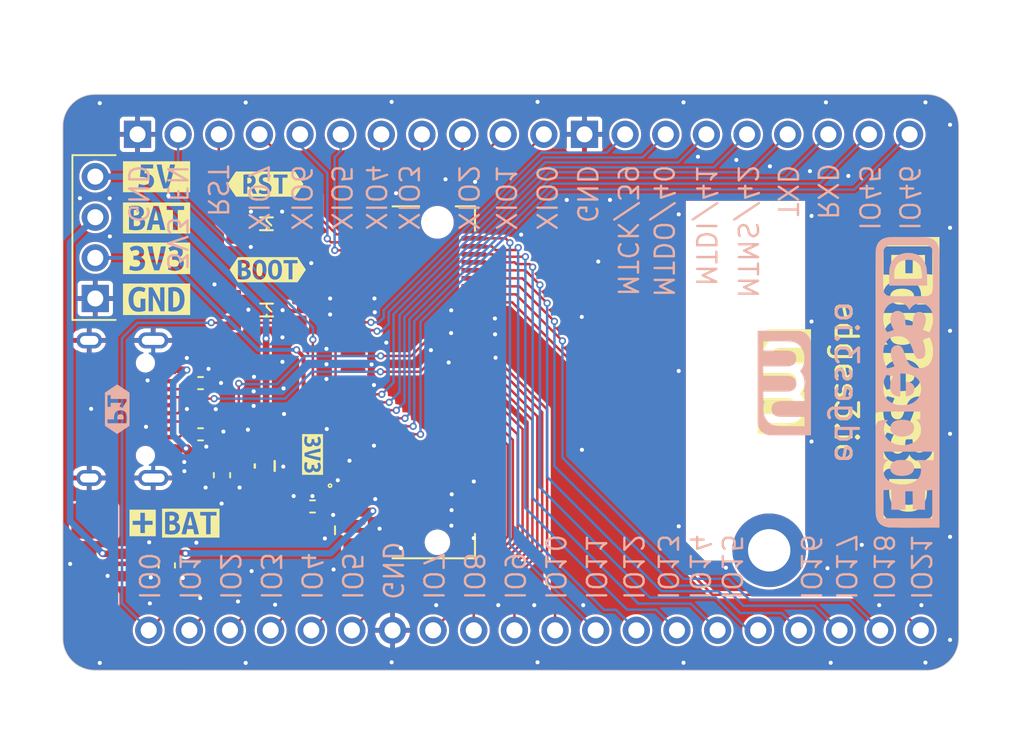
<source format=kicad_pcb>
(kicad_pcb (version 20241229) (generator "pcbnew") (generator_version "9.0")
  (layers (0 "F.Cu" signal) (2 "B.Cu" signal) (13 "F.Paste" user) (15 "B.Paste" user) (5 "F.SilkS" user "F.Silkscreen") (7 "B.SilkS" user "B.Silkscreen") (1 "F.Mask" user) (3 "B.Mask" user) (25 "Edge.Cuts" user))
  (net 0 "")
  (net 1 "GND")
  (net 2 "/USB_P")
  (net 3 "/IO0")
  (net 4 "/RESET")
  (net 5 "/IO9")
  (net 6 "/IO5")
  (net 7 "/IO14")
  (net 8 "/IO13")
  (net 9 "/IO12")
  (net 10 "/IO4")
  (net 11 "/IO2")
  (net 12 "/D+")
  (net 13 "/D-")
  (net 14 "/IO3")
  (net 15 "/IO1")
  (net 16 "/IO8")
  (net 18 "/IO7")
  (net 19 "/IO10")
  (net 20 "/IO11")
  (net 21 "/CC1_USB0")
  (net 22 "/CC2_USB0")
  (net 23 "Net-(PWR1-A)")
  (net 32 "VBAT")
  (net 33 "/U0RXD")
  (net 34 "/3V3_EN")
  (net 35 "/MTDI")
  (net 36 "/IO18")
  (net 37 "/MTMS")
  (net 38 "/IO16")
  (net 39 "/IO45")
  (net 40 "/IO17")
  (net 41 "/XIO5")
  (net 42 "/XIO7")
  (net 43 "/XIO2")
  (net 44 "/XIO0")
  (net 45 "/XIO4")
  (net 46 "/IO21")
  (net 47 "/MTDO")
  (net 48 "/XIO6")
  (net 49 "/XIO3")
  (net 50 "/IO46")
  (net 51 "/MTCK")
  (net 52 "/IO15")
  (net 53 "/U0TXD")
  (net 54 "/XIO1")
  (net 55 "5V")
  (net 56 "3V3")
  (footprint "Unexpected Maker:SOD-523-MSK4010" (layer "F.Cu") (at 129 112.23)
    (property "Reference" "D1" (hide yes))
    (property "Value" "DIODE-SCHOTTKYWIDE" (hide yes))
  )
  (footprint "kibuzzard-6857AD16" (layer "F.Cu") (at 125 115.8)
    (property "Reference" "kibuzzard-6857AD16" (hide yes))
    (property "Value" "G***" (hide yes))
  )
  (footprint "LOGO" (layer "F.Cu") (at 169.8 107 -90)
    (property "Reference" "G***" (hide yes))
    (property "Value" "LOGO" (hide yes))
  )
  (footprint "TinyS3_P3:BTN_KMR2_4.6X2.8" (layer "F.Cu") (at 129.739999 102.48)
    (property "Reference" "SW1" (hide yes))
    (property "Value" "KMR2" (hide yes))
  )
  (footprint "kibuzzard-6857AC6A" (layer "F.Cu") (at 122.86 96.73)
    (property "Reference" "kibuzzard-6857AC6A" (hide yes))
    (property "Value" "G***" (hide yes))
  )
  (footprint "Resistor_SMD:R_0402_1005Metric" (layer "F.Cu") (at 132.61 114.76 180)
    (property "Reference" "R9" (hide yes))
    (property "Value" "2K2" (hide yes))
  )
  (footprint "LED_SMD:LED_0402_1005Metric" (layer "F.Cu") (at 132.615 113.46 180)
    (property "Reference" "PWR1" (hide yes))
    (property "Value" "RED" (hide yes))
  )
  (footprint "Unexpected Maker:USB-C-16P-LESSPASTE-2-FIxed" (layer "F.Cu") (at 119.94 108.68 -90)
    (property "Reference" "U2" (hide yes))
    (property "Value" "USB_C16PIN" (hide yes))
  )
  (footprint "Resistor_SMD:R_0402_1005Metric" (layer "F.Cu") (at 125.61 110.25 180)
    (property "Reference" "R2" (hide yes))
    (property "Value" "5.1K" (hide yes))
  )
  (footprint "kibuzzard-6857AC7B" (layer "F.Cu") (at 122.86 94.15)
    (property "Reference" "kibuzzard-6857AC7B" (hide yes))
    (property "Value" "G***" (hide yes))
  )
  (footprint "kibuzzard-664315DB" (layer "F.Cu") (at 121.99 115.79)
    (property "Reference" "kibuzzard-664315DB" (hide yes))
    (property "Value" "G***" (hide yes))
  )
  (footprint "Capacitor_SMD:C_0603_1608Metric" (layer "F.Cu") (at 126.95 112.805 90)
    (property "Reference" "C2" (hide yes))
    (property "Value" "10uF" (hide yes))
  )
  (footprint "Connector_PinHeader_2.54mm:PinHeader_1x20_P2.54mm_Vertical" (layer "F.Cu") (at 169.93 91.5 -90)
    (property "Reference" "J4" (hide yes))
    (property "Value" "Conn_01x20_Socket" (hide yes))
  )
  (footprint "kibuzzard-6857AC8E" (layer "F.Cu") (at 122.86 99.25)
    (property "Reference" "kibuzzard-6857AC8E" (hide yes))
    (property "Value" "G***" (hide yes))
  )
  (footprint "kibuzzard-6857AC89" (layer "F.Cu") (at 122.86 101.81)
    (property "Reference" "kibuzzard-6857AC89" (hide yes))
    (property "Value" "G***" (hide yes))
  )
  (footprint "UnexpectedMaker:UM_LOGO_NEW_SMALL" (layer "F.Cu") (at 162 107 -90)
    (property "Reference" "U$1" (hide yes))
    (property "Value" "UM_LOGONEW_SMALL" (hide yes))
  )
  (footprint "TinyS3_P3:BTN_KMR2_4.6X2.8" (layer "F.Cu") (at 129.728896 97.089997)
    (property "Reference" "SW2" (hide yes))
    (property "Value" "KMR2" (hide yes))
  )
  (footprint "kibuzzard-66BFF56B" (layer "F.Cu") (at 129.668897 94.609999)
    (property "Reference" "kibuzzard-66BFF56B" (hide yes))
    (property "Value" "G***" (hide yes))
  )
  (footprint "kibuzzard-66C05786" (layer "F.Cu") (at 132.61 111.51 -90)
    (property "Reference" "kibuzzard-66C05786" (hide yes))
    (property "Value" "G***" (hide yes))
  )
  (footprint "Connector_PinHeader_2.54mm:PinHeader_1x20_P2.54mm_Vertical" (layer "F.Cu") (at 122.37 122.5 90)
    (property "Reference" "J5" (hide yes))
    (property "Value" "Conn_01x20_Socket" (hide yes))
  )
  (footprint "Resistor_SMD:R_0402_1005Metric" (layer "F.Cu") (at 125.61 107.05 180)
    (property "Reference" "R3" (hide yes))
    (property "Value" "5.1K" (hide yes))
  )
  (footprint "Connector_PinHeader_2.54mm:PinHeader_1x04_P2.54mm_Vertical" (layer "F.Cu") (at 119.03 94.14)
    (property "Reference" "J1" (hide yes))
    (property "Value" "Conn_01x06_Socket" (hide yes))
  )
  (footprint "Capacitor_SMD:C_0603_1608Metric" (layer "F.Cu") (at 123.5 118.445 90)
    (property "Reference" "C1" (hide yes))
    (property "Value" "10uF" (hide yes))
  )
  (footprint "kibuzzard-66BFF55A" (layer "F.Cu") (at 129.808897 99.959999)
    (property "Reference" "kibuzzard-66BFF55A" (hide yes))
    (property "Value" "G***" (hide yes))
  )
  (footprint "EdgeS3D:EdgeS3D" (layer "F.Cu") (at 140.415 107 90)
    (property "Reference" "J3" (hide yes))
    (property "Value" "EDGES3D" (hide yes))
  )
  (footprint "Unexpected Maker:JST-PICOBLADE" (layer "F.Cu") (at 120 118.42 90)
    (property "Reference" "X1" (hide yes))
    (property "Value" "JSTPH" (hide yes))
  )
  (footprint "UnexpectedMaker:UM_LOGO_NEW_SMALL" (layer "B.Cu") (at 162 106.998288 90)
    (property "Reference" "U$2" (hide yes))
    (property "Value" "UM_LOGONEW_SMALL" (hide yes))
  )
  (footprint "kibuzzard-6857ADA7" (layer "B.Cu") (at 120.4011 108.68 90)
    (property "Reference" "kibuzzard-6857ADA7" (hide yes))
    (property "Value" "G***" (hide yes))
  )
  (footprint "LOGO" (layer "B.Cu") (at 169.8 106.998288 90)
    (property "Reference" "G***" (hide yes))
    (property "Value" "LOGO" (hide yes))
  )
  (gr_line (start 117.6 103.1) (end 120.3 103.1) (stroke (width 0.12)) (layer "F.SilkS"))
  (gr_line (start 120.3 92.8) (end 117.6 92.8) (stroke (width 0.12)) (layer "F.SilkS"))
  (gr_line (start 117.6 92.8) (end 117.6 103.1) (stroke (width 0.12)) (layer "F.SilkS"))
  (gr_line (start 173.0011 91) (end 173.0011 123.0036) (stroke (width 0.05)) (layer "Edge.Cuts"))
  (gr_line (start 117.0011 123) (end 117.0011 91) (stroke (width 0.05)) (layer "Edge.Cuts"))
  (gr_line (start 119.0011 89) (end 171.0011 89) (stroke (width 0.05)) (layer "Edge.Cuts"))
  (gr_arc (start 117.0011 91) (mid 117.586886 89.585786) (end 119.0011 89) (stroke (width 0.05)) (layer "Edge.Cuts"))
  (gr_arc (start 119.0011 125) (mid 117.586329 124.414771) (end 117.0011 123) (stroke (width 0.05)) (layer "Edge.Cuts"))
  (gr_arc (start 171.0011 89) (mid 172.415314 89.585786) (end 173.0011 91) (stroke (width 0.05)) (layer "Edge.Cuts"))
  (gr_arc (start 173.0011 123.0036) (mid 172.415314 124.417814) (end 171.0011 125.0036) (stroke (width 0.05)) (layer "Edge.Cuts"))
  (gr_line (start 171.0011 125.0036) (end 119.0011 125) (stroke (width 0.05)) (layer "Edge.Cuts"))
  (gr_text "edges3.io" (at 166.8 107 270) (layer "F.SilkS") (effects (font (size 1.408 1.408) (thickness 0.192)) (justify top)))
  (gr_text "IO12" (at 152.65 120.7 270) (layer "B.SilkS") (effects (font (size 1.2 1.2)) (justify left mirror)))
  (gr_text "IO7" (at 140.15 120.7 -90) (layer "B.SilkS") (effects (font (size 1.2 1.2)) (justify left mirror)))
  (gr_text "RST" (at 126.68 93.3 -90) (layer "B.SilkS") (effects (font (size 1.2 1.2)) (justify right mirror)))
  (gr_text "IO5" (at 135.07 120.7 -90) (layer "B.SilkS") (effects (font (size 1.2 1.2)) (justify left mirror)))
  (gr_text "IO2" (at 127.45 120.7 -90) (layer "B.SilkS") (effects (font (size 1.2 1.2)) (justify left mirror)))
  (gr_text "IO13" (at 154.8 120.7 270) (layer "B.SilkS") (effects (font (size 1.2 1.2)) (justify left mirror)))
  (gr_text "GND" (at 137.61 120.7 270) (layer "B.SilkS") (effects (font (size 1.2 1.2)) (justify left mirror)))
  (gr_text "IO16" (at 163.75 120.7 270) (layer "B.SilkS") (effects (font (size 1.2 1.2)) (justify left mirror)))
  (gr_text "TXD" (at 162.3 93.3 -90) (layer "B.SilkS") (effects (font (size 1.2 1.2)) (justify right mirror)))
  (gr_text "IO17" (at 165.95 120.7 270) (layer "B.SilkS") (effects (font (size 1.2 1.2)) (justify left mirror)))
  (gr_text "XIO6" (at 131.9 93.3 -90) (layer "B.SilkS") (effects (font (size 1.2 1.2)) (justify right mirror)))
  (gr_text "IO1" (at 124.91 120.7 -90) (layer "B.SilkS") (effects (font (size 1.2 1.2)) (justify left mirror)))
  (gr_text "3V3 EN" (at 124.140001 93.3 -90) (layer "B.SilkS") (effects (font (size 1.2 1.2)) (justify right mirror)))
  (gr_text "IO3" (at 129.99 120.7 -90) (layer "B.SilkS") (effects (font (size 1.2 1.2)) (justify left mirror)))
  (gr_text "XIO7" (at 129.22 93.3 -90) (layer "B.SilkS") (effects (font (size 1.2 1.2)) (justify right mirror)))
  (gr_text "MTDO/40" (at 154.54 93.3 -90) (layer "B.SilkS") (effects (font (size 1.2 1.2)) (justify right mirror)))
  (gr_text "IO4" (at 132.53 120.7 -90) (layer "B.SilkS") (effects (font (size 1.2 1.2)) (justify left mirror)))
  (gr_text "MTCK/39" (at 152.3 93.3 -90) (layer "B.SilkS") (effects (font (size 1.2 1.2)) (justify right mirror)))
  (gr_text "IO11" (at 150.31 120.7 270) (layer "B.SilkS") (effects (font (size 1.2 1.2)) (justify left mirror)))
  (gr_text "GND" (at 121.7 93.3 -90) (layer "B.SilkS") (effects (font (size 1.2 1.2)) (justify right mirror)))
  (gr_text "IO45" (at 167.4 93.3 -90) (layer "B.SilkS") (effects (font (size 1.2 1.2)) (justify right mirror)))
  (gr_text "IO18" (at 168.3 120.7 270) (layer "B.SilkS") (effects (font (size 1.2 1.2)) (justify left mirror)))
  (gr_text "XIO1" (at 144.68 93.3 -90) (layer "B.SilkS") (effects (font (size 1.2 1.2)) (justify right mirror)))
  (gr_text "XIO3" (at 138.6 93.3 -90) (layer "B.SilkS") (effects (font (size 1.2 1.2)) (justify right mirror)))
  (gr_text "edges3.io" (at 166.8 106.998288 270) (layer "B.SilkS") (effects (font (size 1.408 1.408) (thickness 0.192)) (justify top mirror)))
  (gr_text "GND" (at 149.76 93.3 -90) (layer "B.SilkS") (effects (font (size 1.2 1.2)) (justify right mirror)))
  (gr_text "IO0" (at 122.37 120.7 -90) (layer "B.SilkS") (effects (font (size 1.2 1.2)) (justify left mirror)))
  (gr_text "XIO2" (at 142.34 93.3 -90) (layer "B.SilkS") (effects (font (size 1.2 1.2)) (justify right mirror)))
  (gr_text "IO10" (at 147.77 120.7 -90) (layer "B.SilkS") (effects (font (size 1.2 1.2)) (justify left mirror)))
  (gr_text "XIO4" (at 136.56 93.3 -90) (layer "B.SilkS") (effects (font (size 1.2 1.2)) (justify right mirror)))
  (gr_text "RXD" (at 164.8 93.2 -90) (layer "B.SilkS") (effects (font (size 1.2 1.2)) (justify right mirror)))
  (gr_text "IO8" (at 142.69 120.7 -90) (layer "B.SilkS") (effects (font (size 1.2 1.2)) (justify left mirror)))
  (gr_text "IO21" (at 170.63 120.7 270) (layer "B.SilkS") (effects (font (size 1.2 1.2)) (justify left mirror)))
  (gr_text "MTDI/41" (at 157.2 93.3 -90) (layer "B.SilkS") (effects (font (size 1.2 1.2)) (justify right mirror)))
  (gr_text "IO46" (at 169.9 93.3 -90) (layer "B.SilkS") (effects (font (size 1.2 1.2)) (justify right mirror)))
  (gr_text "IO14" (at 156.8 120.7 270) (layer "B.SilkS") (effects (font (size 1.2 1.2)) (justify left mirror)))
  (gr_text "MTMS/42" (at 159.8 93.3 -90) (layer "B.SilkS") (effects (font (size 1.2 1.2)) (justify right mirror)))
  (gr_text "IO9" (at 145.23 120.7 -90) (layer "B.SilkS") (effects (font (size 1.2 1.2)) (justify left mirror)))
  (gr_text "IO15" (at 158.8 120.7 270) (layer "B.SilkS") (effects (font (size 1.2 1.2)) (justify left mirror)))
  (gr_text "XIO5" (at 134.4 93.3 -90) (layer "B.SilkS") (effects (font (size 1.2 1.2)) (justify right mirror)))
  (gr_text "XIO0" (at 147.220001 93.3 -90) (layer "B.SilkS") (effects (font (size 1.2 1.2)) (justify right mirror)))
  (segment (start 131.778896 96.289999) (end 131.818895 96.289997) (width 0.154) (layer "F.Cu") (net 1))
  (via (at 136.5 102.62) (size 0.45) (drill 0.254) (layers "F.Cu" "B.Cu") (net 1))
  (via (at 133.71 102.76) (size 0.45) (drill 0.254) (layers "F.Cu" "B.Cu") (net 1))
  (via (at 137.83 95.18) (size 0.45) (drill 0.254) (layers "F.Cu" "B.Cu") (net 1))
  (via (at 130.8 107.38) (size 0.45) (drill 0.254) (layers "F.Cu" "B.Cu") (net 1))
  (via (at 158.45 118.59) (size 0.45) (drill 0.254) (layers "F.Cu" "B.Cu") (net 1))
  (via (at 136.3 105.8844) (size 0.45) (drill 0.254) (layers "F.Cu" "B.Cu") (net 1))
  (via (at 170.67 120.93) (size 0.45) (drill 0.254) (layers "F.Cu" "B.Cu") (net 1))
  (via (at 128.93 108.474401) (size 0.45) (drill 0.254) (layers "F.Cu" "B.Cu") (net 1))
  (via (at 126.11 106.16) (size 0.45) (drill 0.254) (layers "F.Cu" "B.Cu") (net 1))
  (via (at 124.7588 108.67) (size 0.45) (drill 0.254) (layers "F.Cu" "B.Cu") (net 1))
  (via (at 128.432 89.51) (size 0.45) (drill 0.254) (layers "F.Cu" "B.Cu") (net 1))
  (via (at 170.92 124.52) (size 0.45) (drill 0.254) (layers "F.Cu" "B.Cu") (net 1))
  (via (at 136.53 114.3) (size 0.45) (drill 0.254) (layers "F.Cu" "B.Cu") (net 1))
  (via (at 133.38 116.76) (size 0.45) (drill 0.254) (layers "F.Cu" "B.Cu") (net 1))
  (via (at 170.92 89.5) (size 0.45) (drill 0.254) (layers "F.Cu" "B.Cu") (net 1))
  (via (at 127.95 120.7) (size 0.45) (drill 0.254) (layers "F.Cu" "B.Cu") (net 1))
  (via (at 130.73 104.19) (size 0.45) (drill 0.254) (layers "F.Cu" "B.Cu") (net 1))
  (via (at 141.12 105.76) (size 0.45) (drill 0.254) (layers "F.Cu" "B.Cu") (net 1))
  (via (at 136.45 107.17) (size 0.45) (drill 0.254) (layers "F.Cu" "B.Cu") (net 1))
  (via (at 166.94 117.16) (size 0.45) (drill 0.254) (layers "F.Cu" "B.Cu") (net 1))
  (via (at 124.5 119.23) (size 0.45) (drill 0.254) (layers "F.Cu" "B.Cu") (net 1))
  (via (at 119.93 95.5) (size 0.45) (drill 0.254) (layers "F.Cu" "B.Cu") (net 1))
  (via (at 146.47 120.93) (size 0.45) (drill 0.254) (layers "F.Cu" "B.Cu") (net 1))
  (via (at 128.432 124.54) (size 0.45) (drill 0.254) (layers "F.Cu" "B.Cu") (net 1))
  (via (at 146.676 124.5) (size 0.45) (drill 0.254) (layers "F.Cu" "B.Cu") (net 1))
  (via (at 149.45 111.22) (size 0.45) (drill 0.254) (layers "F.Cu" "B.Cu") (net 1))
  (via (at 164.7 89.5) (size 0.45) (drill 0.254) (layers "F.Cu" "B.Cu") (net 1))
  (via (at 163.7 93.8) (size 0.45) (drill 0.254) (layers "F.Cu" "B.Cu") (net 1))
  (via (at 125.59 120.49) (size 0.45) (drill 0.254) (layers "F.Cu" "B.Cu") (net 1))
  (via (at 133.925 118.7) (size 0.45) (drill 0.254) (layers "F.Cu" "B.Cu") (net 1))
  (via (at 166.1 94.1) (size 0.45) (drill 0.254) (layers "F.Cu" "B.Cu") (net 1))
  (via (at 137.554 124.5) (size 0.45) (drill 0.254) (layers "F.Cu" "B.Cu") (net 1))
  (via (at 134.92 111.9) (size 0.45) (drill 0.254) (layers "F.Cu" "B.Cu") (net 1))
  (via (at 130.27 120.9) (size 0.45) (drill 0.254) (layers "F.Cu" "B.Cu") (net 1))
  (via (at 151.2 95.6) (size 0.45) (drill 0.254) (layers "F.Cu" "B.Cu") (net 1))
  (via (at 133.48 105.8712) (size 0.45) (drill 0.254) (layers "F.Cu" "B.Cu") (net 1))
  (via (at 122.4 117) (size 0.45) (drill 0.254) (layers "F.Cu" "B.Cu") (net 1))
  (via (at 130.73 105.72) (size 0.45) (drill 0.254) (layers "F.Cu" "B.Cu") (net 1))
  (via (at 168.03 120.93) (size 0.45) (drill 0.254) (layers "F.Cu" "B.Cu") (net 1))
  (via (at 136.48 101.76) (size 0.45) (drill 0.254) (layers "F.Cu" "B.Cu") (net 1))
  (via (at 125.97 111.02) (size 0.45) (drill 0.254) (layers "F.Cu" "B.Cu") (net 1))
  (via (at 142.69 116.74) (size 0.45) (drill 0.254) (layers "F.Cu" "B.Cu") (net 1))
  (via (at 155.798 124.53) (size 0.45) (drill 0.254) (layers "F.Cu" "B.Cu") (net 1))
  (via (at 130.78 112.27) (size 0.45) (drill 0.254) (layers "F.Cu" "B.Cu") (net 1))
  (via (at 144.05 105.46) (size 0.45) (drill 0.254) (layers "F.Cu" "B.Cu") (net 1))
  (via (at 131.43 114.11) (size 0.45) (drill 0.254) (layers "F.Cu" "B.Cu") (net 1))
  (via (at 172.46 123.1) (size 0.45) (drill 0.254) (layers "F.Cu" "B.Cu") (net 1))
  (via (at 133.48 106.7932) (size 0.45) (drill 0.254) (layers "F.Cu" "B.Cu") (net 1))
  (via (at 155.798 89.5) (size 0.45) (drill 0.254) (layers "F.Cu" "B.Cu") (net 1))
  (via (at 159.1 93.1) (size 0.45) (drill 0.254) (layers "F.Cu" "B.Cu") (net 1))
  (via (at 132.53 99.55) (size 0.45) (drill 0.254) (layers "F.Cu" "B.Cu") (net 1))
  (via (at 144.22 120.93) (size 0.45) (drill 0.254) (layers "F.Cu" "B.Cu") (net 1))
  (via (at 140.01 104.99) (size 0.45) (drill 0.254) (layers "F.Cu" "B.Cu") (net 1))
  (via (at 172.46 90.9) (size 0.45) (drill 0.254) (layers "F.Cu" "B.Cu") (net 1))
  (via (at 141.29 115.96) (size 0.45) (drill 0.254) (layers "F.Cu" "B.Cu") (net 1))
  (via (at 126.56 108.68) (size 0.45) (drill 0.254) (layers "F.Cu" "B.Cu") (net 1))
  (via (at 126.48 100.88) (size 0.45) (drill 0.254) (layers "F.Cu" "B.Cu") (net 1))
  (via (at 128.598897 102.459999) (size 0.45) (drill 0.254) (layers "F.Cu" "B.Cu") (net 1))
  (via (at 172.46 103.78) (size 0.45) (drill 0.254) (layers "F.Cu" "B.Cu") (net 1))
  (via (at 127.04 110.08) (size 0.45) (drill 0.254) (layers "F.Cu" "B.Cu") (net 1))
  (via (at 136.8 116.15) (size 0.45) (drill 0.254) (layers "F.Cu" "B.Cu") (net 1))
  (via (at 164.8 118.62) (size 0.45) (drill 0.254) (layers "F.Cu" "B.Cu") (net 1))
  (via (at 119.8 119.1) (size 0.45) (drill 0.254) (layers "F.Cu" "B.Cu") (net 1))
  (via (at 134.19 113.12) (size 0.45) (drill 0.254) (layers "F.Cu" "B.Cu") (net 1))
  (via (at 138.13 117.36) (size 0.45) (drill 0.254) (layers "F.Cu" "B.Cu") (net 1))
  (via (at 125.35 117.025) (size 0.45) (drill 0.254) (layers "F.Cu" "B.Cu") (net 1))
  (via (at 133.48 104.9056) (size 0.45) (drill 0.254) (layers "F.Cu" "B.Cu") (net 1))
  (via (at 126.925 114.58) (size 0.45) (drill 0.254) (layers "F.Cu" "B.Cu") (net 1))
  (via (at 144.01 103.01) (size 0.45) (drill 0.254) (layers "F.Cu" "B.Cu") (net 1))
  (via (at 172.46 110.22) (size 0.45) (drill 0.254) (layers "F.Cu" "B.Cu") (net 1))
  (via (at 142.77 94.47) (size 0.45) (drill 0.254) (layers "F.Cu" "B.Cu") (net 1))
  (via (at 128.8 118.8) (size 0.45) (drill 0.254) (layers "F.Cu" "B.Cu") (net 1))
  (via (at 118.77 108.66) (size 0.45) (drill 0.254) (layers "F.Cu" "B.Cu") (net 1))
  (via (at 137.22 104.52) (size 0.45) (drill 0.254) (layers "F.Cu" "B.Cu") (net 1))
  (via (at 124.75 105.48) (size 0.45) (drill 0.254) (layers "F.Cu" "B.Cu") (net 1))
  (via (at 124.59 111.98) (size 0.45) (drill 0.254) (layers "F.Cu" "B.Cu") (net 1))
  (via (at 155.5 116) (size 0.45) (drill 0.254) (layers "F.Cu" "B.Cu") (net 1))
  (via (at 119.31 124.54) (size 0.45) (drill 0.254) (layers "F.Cu" "B.Cu") (net 1))
  (via (at 155.5 106.29) (size 0.45) (drill 0.254) (layers "F.Cu" "B.Cu") (net 1))
  (via (at 163.8 103.2) (size 0.45) (drill 0.254) (layers "F.Cu" "B.Cu") (net 1))
  (via (at 172.46 116.66) (size 0.45) (drill 0.254) (layers "F.Cu" "B.Cu") (net 1))
  (via (at 140.34 120.93) (size 0.45) (drill 0.254) (layers "F.Cu" "B.Cu") (net 1))
  (via (at 122.44 120.82) (size 0.45) (drill 0.254) (layers "F.Cu" "B.Cu") (net 1))
  (via (at 124.6 112.555) (size 0.45) (drill 0.254) (layers "F.Cu" "B.Cu") (net 1))
  (via (at 144.02 104) (size 0.45) (drill 0.254) (layers "F.Cu" "B.Cu") (net 1))
  (via (at 163.8 110.7) (size 0.45) (drill 0.254) (layers "F.Cu" "B.Cu") (net 1))
  (via (at 128.05 113.58) (size 0.45) (drill 0.254) (layers "F.Cu" "B.Cu") (net 1))
  (via (at 150.47 99.45) (size 0.45) (drill 0.254) (layers "F.Cu" "B.Cu") (net 1))
  (via (at 133.71 101.76) (size 0.45) (drill 0.254) (layers "F.Cu" "B.Cu") (net 1))
  (via (at 122.3 106.88) (size 0.45) (drill 0.254) (layers "F.Cu" "B.Cu") (net 1))
  (via (at 156.7 92.9) (size 0.45) (drill 0.254) (layers "F.Cu" "B.Cu") (net 1))
  (via (at 149.44 102.91) (size 0.45) (drill 0.254) (layers "F.Cu" "B.Cu") (net 1))
  (via (at 141.28 102.5) (size 0.45) (drill 0.254) (layers "F.Cu" "B.Cu") (net 1))
  (via (at 148.5 95.6) (size 0.45) (drill 0.254) (layers "F.Cu" "B.Cu") (net 1))
  (via (at 128.75 98.54) (size 0.45) (drill 0.254) (layers "F.Cu" "B.Cu") (net 1))
  (via (at 141.27 103.92) (size 0.45) (drill 0.254) (layers "F.Cu" "B.Cu") (net 1))
  (via (at 119.31 89.55) (size 0.45) (drill 0.254) (layers "F.Cu" "B.Cu") (net 1))
  (via (at 141.31 114) (size 0.45) (drill 0.254) (layers "F.Cu" "B.Cu") (net 1))
  (via (at 146.676 89.47) (size 0.45) (drill 0.254) (layers "F.Cu" "B.Cu") (net 1))
  (via (at 125.925 113.58) (size 0.45) (drill 0.254) (layers "F.Cu" "B.Cu") (net 1))
  (via (at 130.708897 96.33) (size 0.45) (drill 0.254) (layers "F.Cu" "B.Cu") (net 1))
  (via (at 145.65 97.77) (size 0.45) (drill 0.254) (layers "F.Cu" "B.Cu") (net 1))
  (via (at 130.738897 102.489999) (size 0.45) (drill 0.254) (layers "F.Cu" "B.Cu") (net 1))
  (via (at 141.3 114.99) (size 0.45) (drill 0.254) (layers "F.Cu" "B.Cu") (net 1))
  (via (at 137.554 89.47) (size 0.45) (drill 0.254) (layers "F.Cu" "B.Cu") (net 1))
  (via (at 128.95 106.656801) (size 0.45) (drill 0.254) (layers "F.Cu" "B.Cu") (net 1))
  (via (at 165 124.53) (size 0.45) (drill 0.254) (layers "F.Cu" "B.Cu") (net 1))
  (via (at 122.5 119.2) (size 0.45) (drill 0.254) (layers "F.Cu" "B.Cu") (net 1))
  (via (at 128.57 109.96) (size 0.45) (drill 0.254) (layers "F.Cu" "B.Cu") (net 1))
  (via (at 123.6 95.34) (size 0.45) (drill 0.254) (layers "F.Cu" "B.Cu") (net 1))
  (via (at 128.758895 96.329999) (size 0.45) (drill 0.254) (layers "F.Cu" "B.Cu") (net 1))
  (via (at 117.46 118.35) (size 0.45) (drill 0.254) (layers "F.Cu" "B.Cu") (net 1))
  (via (at 136.45 110.96) (size 0.45) (drill 0.254) (layers "F.Cu" "B.Cu") (net 1))
  (via (at 130.83 108.98) (size 0.45) (drill 0.254) (layers "F.Cu" "B.Cu") (net 1))
  (via (at 149.53 120.93) (size 0.45) (drill 0.254) (layers "F.Cu" "B.Cu") (net 1))
  (via (at 140.92 94.31) (size 0.45) (drill 0.254) (layers "F.Cu" "B.Cu") (net 1))
  (via (at 155.5 96.5) (size 0.45) (drill 0.254) (layers "F.Cu" "B.Cu") (net 1))
  (via (at 122.2 109.78) (size 0.45) (drill 0.254) (layers "F.Cu" "B.Cu") (net 1))
  (via (at 172.46 97.34) (size 0.45) (drill 0.254) (layers "F.Cu" "B.Cu") (net 1))
  (via (at 161.2 93.5) (size 0.45) (drill 0.254) (layers "F.Cu" "B.Cu") (net 1))
  (via (at 126.89 107.04) (size 0.45) (drill 0.254) (layers "F.Cu" "B.Cu") (net 1))
  (via (at 133.9 115.29) (size 0.45) (drill 0.254) (layers "F.Cu" "B.Cu") (net 1))
  (via (at 163.8 96.6) (size 0.45) (drill 0.254) (layers "F.Cu" "B.Cu") (net 1))
  (via (at 133.5 109.92) (size 0.45) (drill 0.254) (layers "F.Cu" "B.Cu") (net 1))
  (via (at 142.69 113.2) (size 0.45) (drill 0.254) (layers "F.Cu" "B.Cu") (net 1))
  (via (at 132.6044 114.11) (size 0.45) (drill 0.254) (layers "F.Cu" "B.Cu") (net 1))
  (via (at 118.07 95.49) (size 0.45) (drill 0.254) (layers "F.Cu" "B.Cu") (net 1))
  (via (at 128.93 107.565601) (size 0.45) (drill 0.254) (layers "F.Cu" "B.Cu") (net 1))
  (via (at 119.94 97.88) (size 0.45) (drill 0.254) (layers "F.Cu" "B.Cu") (net 1))
  (segment (start 124.75 106.23) (end 124.734 106.214) (width 0.4096) (layer "F.Cu") (net 2))
  (segment (start 124.766 106.214) (end 124.75 106.23) (width 0.4096) (layer "F.Cu") (net 2))
  (segment (start 124.734 106.214) (end 123.45 106.214) (width 0.4096) (layer "F.Cu") (net 2))
  (segment (start 124.684 111.114) (end 124.7 111.13) (width 0.4096) (layer "F.Cu") (net 2))
  (via (at 124.7 111.13) (size 0.45) (drill 0.254) (layers "F.Cu" "B.Cu") (net 2))
  (via (at 124.75 106.23) (size 0.45) (drill 0.254) (layers "F.Cu" "B.Cu") (net 2))
  (segment (start 123.895499 107.011145) (end 123.895499 110.325499) (width 0.4096) (layer "B.Cu") (net 2))
  (segment (start 124.676644 106.23) (end 123.895499 107.011145) (width 0.4096) (layer "B.Cu") (net 2))
  (segment (start 124.75 106.23) (end 124.676644 106.23) (width 0.4096) (layer "B.Cu") (net 2))
  (segment (start 123.895499 110.325499) (end 124.7 111.13) (width 0.4096) (layer "B.Cu") (net 2))
  (segment (start 135.077 119.648) (end 125.202 119.648) (width 0.154) (layer "F.Cu") (net 3))
  (segment (start 131.799996 103.269997) (end 131.789997 103.279997) (width 0.154) (layer "F.Cu") (net 3))
  (segment (start 125.202 119.648) (end 122.37 122.48) (width 0.154) (layer "F.Cu") (net 3))
  (segment (start 141.980156 118.6) (end 136.125 118.6) (width 0.154) (layer "F.Cu") (net 3))
  (segment (start 144.208 116.372156) (end 141.980156 118.6) (width 0.154) (layer "F.Cu") (net 3))
  (segment (start 144.208 111.428) (end 144.208 116.372156) (width 0.154) (layer "F.Cu") (net 3))
  (segment (start 136.125 118.6) (end 135.077 119.648) (width 0.154) (layer "F.Cu") (net 3))
  (segment (start 126.28 103.27) (end 126.29 103.28) (width 0.154) (layer "F.Cu") (net 3))
  (segment (start 126.29 103.28) (end 127.69 103.28) (width 0.154) (layer "F.Cu") (net 3))
  (segment (start 131.789997 103.279997) (end 127.689998 103.279998) (width 0.154) (layer "F.Cu") (net 3))
  (segment (start 142.69 111) (end 143.78 111) (width 0.154) (layer "F.Cu") (net 3))
  (segment (start 143.78 111) (end 144.208 111.428) (width 0.154) (layer "F.Cu") (net 3))
  (via (at 126.28 103.27) (size 0.45) (drill 0.254) (layers "F.Cu" "B.Cu") (net 3))
  (segment (start 121.66 103.28) (end 120.7 104.24) (width 0.154) (layer "B.Cu") (net 3))
  (segment (start 126.28 103.27) (end 126.27 103.28) (width 0.154) (layer "B.Cu") (net 3))
  (segment (start 120.7 104.24) (end 120.7 120.81) (width 0.154) (layer "B.Cu") (net 3))
  (segment (start 120.7 120.81) (end 122.37 122.48) (width 0.154) (layer "B.Cu") (net 3))
  (segment (start 126.27 103.28) (end 121.66 103.28) (width 0.154) (layer "B.Cu") (net 3))
  (segment (start 126.75 97.07) (end 127.569997 97.889997) (width 0.154) (layer "F.Cu") (net 4))
  (segment (start 134.05 104.29) (end 134.05 110.75) (width 0.154) (layer "F.Cu") (net 4))
  (segment (start 131.778895 97.889997) (end 131.758898 97.87) (width 0.154) (layer "F.Cu") (net 4))
  (segment (start 133.16 103.4) (end 134.05 104.29) (width 0.154) (layer "F.Cu") (net 4))
  (segment (start 131.758898 97.87) (end 127.698894 97.87) (width 0.154) (layer "F.Cu") (net 4))
  (segment (start 126.75 91.5) (end 126.75 97.07) (width 0.154) (layer "F.Cu") (net 4))
  (segment (start 133.16 99.271102) (end 133.16 103.4) (width 0.154) (layer "F.Cu") (net 4))
  (segment (start 127.569997 97.889997) (end 127.678897 97.889997) (width 0.154) (layer "F.Cu") (net 4))
  (segment (start 134.05 110.75) (end 135.14 110.75) (width 0.154) (layer "F.Cu") (net 4))
  (segment (start 131.778895 97.889997) (end 133.16 99.271102) (width 0.154) (layer "F.Cu") (net 4))
  (segment (start 127.698894 97.87) (end 127.678897 97.889997) (width 0.154) (layer "F.Cu") (net 4))
  (segment (start 144.590001 106.500001) (end 146.9656 108.8756) (width 0.154) (layer "F.Cu") (net 5))
  (segment (start 146.9656 108.8756) (end 146.9656 117.5144) (width 0.154) (layer "F.Cu") (net 5))
  (segment (start 145.23 119.25) (end 145.23 122.48) (width 0.154) (layer "F.Cu") (net 5))
  (segment (start 142.69 106.500001) (end 144.590001 106.500001) (width 0.154) (layer "F.Cu") (net 5))
  (segment (start 146.9656 117.5144) (end 145.23 119.25) (width 0.154) (layer "F.Cu") (net 5))
  (segment (start 142.321736 120.425) (end 137.1 120.425) (width 0.154) (layer "F.Cu") (net 6))
  (segment (start 145.74 109.923316) (end 145.74 117.006736) (width 0.154) (layer "F.Cu") (net 6))
  (segment (start 145.74 117.006736) (end 142.321736 120.425) (width 0.154) (layer "F.Cu") (net 6))
  (segment (start 135.07 122.455) (end 135.07 122.48) (width 0.154) (layer "F.Cu") (net 6))
  (segment (start 144.316684 108.5) (end 145.74 109.923316) (width 0.154) (layer "F.Cu") (net 6))
  (segment (start 137.1 120.425) (end 135.07 122.455) (width 0.154) (layer "F.Cu") (net 6))
  (segment (start 142.69 108.5) (end 144.316684 108.5) (width 0.154) (layer "F.Cu") (net 6))
  (segment (start 145.36 99.61) (end 145.25 99.5) (width 0.154) (layer "F.Cu") (net 7))
  (segment (start 146.3688 99.8) (end 146.1788 99.61) (width 0.154) (layer "F.Cu") (net 7))
  (segment (start 146.1788 99.61) (end 145.36 99.61) (width 0.154) (layer "F.Cu") (net 7))
  (segment (start 145.25 99.5) (end 142.69 99.5) (width 0.154) (layer "F.Cu") (net 7))
  (via (at 146.3688 99.8) (size 0.45) (drill 0.254) (layers "F.Cu" "B.Cu") (net 7))
  (segment (start 152.97 120.83) (end 156.26 120.83) (width 0.154) (layer "B.Cu") (net 7))
  (segment (start 156.26 120.83) (end 157.93 122.5) (width 0.154) (layer "B.Cu") (net 7))
  (segment (start 146.3688 99.8) (end 146.3688 114.2288) (width 0.154) (layer "B.Cu") (net 7))
  (segment (start 146.3688 114.2288) (end 152.97 120.83) (width 0.154) (layer "B.Cu") (net 7))
  (segment (start 143.87527 99) (end 142.69 99) (width 0.154) (layer "F.Cu") (net 8))
  (segment (start 144.02527 99.15) (end 143.87527 99) (width 0.154) (layer "F.Cu") (net 8))
  (segment (start 145.9144 99.15) (end 144.02527 99.15) (width 0.154) (layer "F.Cu") (net 8))
  (via (at 145.9144 99.15) (size 0.45) (drill 0.254) (layers "F.Cu" "B.Cu") (net 8))
  (segment (start 155.37 122.5) (end 155.39 122.5) (width 0.154) (layer "B.Cu") (net 8))
  (segment (start 152.27 121.21) (end 154.08 121.21) (width 0.154) (layer "B.Cu") (net 8))
  (segment (start 145.9144 114.8544) (end 152.27 121.21) (width 0.154) (layer "B.Cu") (net 8))
  (segment (start 145.9144 99.15) (end 145.9144 114.8544) (width 0.154) (layer "B.Cu") (net 8))
  (segment (start 154.08 121.21) (end 155.37 122.5) (width 0.154) (layer "B.Cu") (net 8))
  (segment (start 143.809999 98.499999) (end 142.69 98.499999) (width 0.154) (layer "F.Cu") (net 9))
  (segment (start 145.315798 98.73) (end 144.04 98.73) (width 0.154) (layer "F.Cu") (net 9))
  (segment (start 144.04 98.73) (end 143.809999 98.499999) (width 0.154) (layer "F.Cu") (net 9))
  (segment (start 145.468326 98.577472) (end 145.315798 98.73) (width 0.154) (layer "F.Cu") (net 9))
  (via (at 145.468326 98.577472) (size 0.45) (drill 0.254) (layers "F.Cu" "B.Cu") (net 9))
  (segment (start 145.468326 98.577472) (end 145.468326 98.677274) (width 0.154) (layer "B.Cu") (net 9))
  (segment (start 150.83 121.22) (end 151.58 121.22) (width 0.154) (layer "B.Cu") (net 9))
  (segment (start 152.85 122.49) (end 152.85 122.5) (width 0.154) (layer "B.Cu") (net 9))
  (segment (start 145.46 98.6856) (end 145.46 115.85) (width 0.154) (layer "B.Cu") (net 9))
  (segment (start 145.46 115.85) (end 150.83 121.22) (width 0.154) (layer "B.Cu") (net 9))
  (segment (start 151.58 121.22) (end 152.85 122.49) (width 0.154) (layer "B.Cu") (net 9))
  (segment (start 145.468326 98.677274) (end 145.46 98.6856) (width 0.154) (layer "B.Cu") (net 9))
  (segment (start 136.95 120.05) (end 136.1264 120.8736) (width 0.154) (layer "F.Cu") (net 10))
  (segment (start 142.689999 109) (end 144.17 109) (width 0.154) (layer "F.Cu") (net 10))
  (segment (start 145.4336 110.2636) (end 145.4336 116.87982) (width 0.154) (layer "F.Cu") (net 10))
  (segment (start 145.4336 116.87982) (end 142.26342 120.05) (width 0.154) (layer "F.Cu") (net 10))
  (segment (start 144.17 109) (end 145.4336 110.2636) (width 0.154) (layer "F.Cu") (net 10))
  (segment (start 136.1264 120.8736) (end 134.1364 120.8736) (width 0.154) (layer "F.Cu") (net 10))
  (segment (start 142.26342 120.05) (end 136.95 120.05) (width 0.154) (layer "F.Cu") (net 10))
  (segment (start 134.1364 120.8736) (end 132.53 122.48) (width 0.154) (layer "F.Cu") (net 10))
  (segment (start 144.8208 116.625988) (end 142.146788 119.3) (width 0.154) (layer "F.Cu") (net 11))
  (segment (start 144.8208 110.9208) (end 144.8208 116.625988) (width 0.154) (layer "F.Cu") (net 11))
  (segment (start 143.9 110) (end 144.8208 110.9208) (width 0.154) (layer "F.Cu") (net 11))
  (segment (start 129.669199 120.2608) (end 127.449999 122.48) (width 0.154) (layer "F.Cu") (net 11))
  (segment (start 135.6142 120.2608) (end 129.669199 120.2608) (width 0.154) (layer "F.Cu") (net 11))
  (segment (start 142.69 110) (end 143.9 110) (width 0.154) (layer "F.Cu") (net 11))
  (segment (start 136.575 119.3) (end 135.6142 120.2608) (width 0.154) (layer "F.Cu") (net 11))
  (segment (start 142.146788 119.3) (end 136.575 119.3) (width 0.154) (layer "F.Cu") (net 11))
  (segment (start 126.955026 109.45) (end 123.486 109.45) (width 0.154) (layer "F.Cu") (net 12))
  (segment (start 138.782619 105.35) (end 139.632619 104.5) (width 0.154) (layer "F.Cu") (net 12))
  (segment (start 122.8 108.43) (end 123.45 108.43) (width 0.154) (layer "F.Cu") (net 12))
  (segment (start 123.486 109.45) (end 123.45 109.414) (width 0.154) (layer "F.Cu") (net 12))
  (segment (start 128 108.405026) (end 126.955026 109.45) (width 0.154) (layer "F.Cu") (net 12))
  (segment (start 122.5956 109.200599) (end 122.5956 108.6344) (width 0.154) (layer "F.Cu") (net 12))
  (segment (start 139.632619 104.5) (end 142.69 104.5) (width 0.154) (layer "F.Cu") (net 12))
  (segment (start 136.87 105.35) (end 138.782619 105.35) (width 0.154) (layer "F.Cu") (net 12))
  (segment (start 122.5956 108.6344) (end 122.8 108.43) (width 0.154) (layer "F.Cu") (net 12))
  (segment (start 128 107.07) (end 128 108.405026) (width 0.154) (layer "F.Cu") (net 12))
  (segment (start 123.45 109.43) (end 122.825001 109.43) (width 0.154) (layer "F.Cu") (net 12))
  (segment (start 122.825001 109.43) (end 122.5956 109.200599) (width 0.154) (layer "F.Cu") (net 12))
  (via (at 128 107.07) (size 0.45) (drill 0.254) (layers "F.Cu" "B.Cu") (net 12))
  (via (at 136.87 105.35) (size 0.45) (drill 0.254) (layers "F.Cu" "B.Cu") (net 12))
  (segment (start 132.13 105.36) (end 130.378799 107.111201) (width 0.154) (layer "B.Cu") (net 12))
  (segment (start 130.378799 107.111201) (end 128.041201 107.111201) (width 0.154) (layer "B.Cu") (net 12))
  (segment (start 136.86 105.36) (end 132.13 105.36) (width 0.154) (layer "B.Cu") (net 12))
  (segment (start 128.041201 107.111201) (end 128 107.07) (width 0.154) (layer "B.Cu") (net 12))
  (segment (start 136.87 105.35) (end 136.86 105.36) (width 0.154) (layer "B.Cu") (net 12))
  (segment (start 124.2 108.93) (end 124.3044 108.8256) (width 0.154) (layer "F.Cu") (net 13))
  (segment (start 124.770001 108.020001) (end 124.68 107.93) (width 0.154) (layer "F.Cu") (net 13))
  (segment (start 123.45 108.93) (end 124.2 108.93) (width 0.154) (layer "F.Cu") (net 13))
  (segment (start 140.682619 105) (end 142.689999 105) (width 0.154) (layer "F.Cu") (net 13))
  (segment (start 139.343819 106.3388) (end 140.682619 105) (width 0.154) (layer "F.Cu") (net 13))
  (segment (start 124.3044 108.8256) (end 124.3044 108.024401) (width 0.154) (layer "F.Cu") (net 13))
  (segment (start 126.459999 108.020001) (end 124.770001 108.020001) (width 0.154) (layer "F.Cu") (net 13))
  (segment (start 136.85 106.3388) (end 139.343819 106.3388) (width 0.154) (layer "F.Cu") (net 13))
  (segment (start 124.68 107.93) (end 123.45 107.93) (width 0.154) (layer "F.Cu") (net 13))
  (via (at 126.459999 108.020001) (size 0.45) (drill 0.254) (layers "F.Cu" "B.Cu") (net 13))
  (via (at 136.85 106.3388) (size 0.45) (drill 0.254) (layers "F.Cu" "B.Cu") (net 13))
  (segment (start 132.5712 106.3388) (end 136.85 106.3388) (width 0.154) (layer "B.Cu") (net 13))
  (segment (start 126.459999 108.020001) (end 126.4612 108.0188) (width 0.154) (layer "B.Cu") (net 13))
  (segment (start 126.459999 108.020001) (end 130.889999 108.020001) (width 0.154) (layer "B.Cu") (net 13))
  (segment (start 130.889999 108.020001) (end 132.5712 106.3388) (width 0.154) (layer "B.Cu") (net 13))
  (segment (start 135.8828 120.5672) (end 131.9028 120.5672) (width 0.154) (layer "F.Cu") (net 14))
  (segment (start 145.1272 116.752904) (end 142.205104 119.675) (width 0.154) (layer "F.Cu") (net 14))
  (segment (start 136.775 119.675) (end 135.8828 120.5672) (width 0.154) (layer "F.Cu") (net 14))
  (segment (start 142.205104 119.675) (end 136.775 119.675) (width 0.154) (layer "F.Cu") (net 14))
  (segment (start 144.03 109.5) (end 145.1272 110.5972) (width 0.154) (layer "F.Cu") (net 14))
  (segment (start 142.69 109.5) (end 144.03 109.5) (width 0.154) (layer "F.Cu") (net 14))
  (segment (start 131.9028 120.5672) (end 129.99 122.48) (width 0.154) (layer "F.Cu") (net 14))
  (segment (start 145.1272 110.5972) (end 145.1272 116.752904) (width 0.154) (layer "F.Cu") (net 14))
  (segment (start 144.5144 111.1644) (end 144.5144 116.499072) (width 0.154) (layer "F.Cu") (net 15))
  (segment (start 135.3456 119.9544) (end 127.4356 119.9544) (width 0.154) (layer "F.Cu") (net 15))
  (segment (start 127.4356 119.9544) (end 124.91 122.48) (width 0.154) (layer "F.Cu") (net 15))
  (segment (start 142.69 110.5) (end 143.85 110.5) (width 0.154) (layer "F.Cu") (net 15))
  (segment (start 142.088472 118.925) (end 136.375 118.925) (width 0.154) (layer "F.Cu") (net 15))
  (segment (start 144.5144 116.499072) (end 142.088472 118.925) (width 0.154) (layer "F.Cu") (net 15))
  (segment (start 143.85 110.5) (end 144.5144 111.1644) (width 0.154) (layer "F.Cu") (net 15))
  (segment (start 136.375 118.925) (end 135.3456 119.9544) (width 0.154) (layer "F.Cu") (net 15))
  (segment (start 146.6592 117.387484) (end 146.6592 109.1292) (width 0.154) (layer "F.Cu") (net 16))
  (segment (start 142.69 121.356684) (end 146.6592 117.387484) (width 0.154) (layer "F.Cu") (net 16))
  (segment (start 144.53 107) (end 142.69 107) (width 0.154) (layer "F.Cu") (net 16))
  (segment (start 146.6592 109.1292) (end 144.53 107) (width 0.154) (layer "F.Cu") (net 16))
  (segment (start 142.69 122.48) (end 142.69 121.356684) (width 0.154) (layer "F.Cu") (net 16))
  (segment (start 146.3528 117.260568) (end 146.3528 109.356116) (width 0.154) (layer "F.Cu") (net 18))
  (segment (start 140.150001 122.48) (end 141.43 121.2) (width 0.154) (layer "F.Cu") (net 18))
  (segment (start 146.3528 109.356116) (end 144.496683 107.499999) (width 0.154) (layer "F.Cu") (net 18))
  (segment (start 144.496683 107.499999) (end 142.69 107.499999) (width 0.154) (layer "F.Cu") (net 18))
  (segment (start 141.43 121.2) (end 142.413368 121.2) (width 0.154) (layer "F.Cu") (net 18))
  (segment (start 142.413368 121.2) (end 146.3528 117.260568) (width 0.154) (layer "F.Cu") (net 18))
  (segment (start 144.58 106) (end 147.272 108.692) (width 0.154) (layer "F.Cu") (net 19))
  (segment (start 147.272 108.692) (end 147.272 120.482) (width 0.154) (layer "F.Cu") (net 19))
  (segment (start 142.69 106) (end 144.58 106) (width 0.154) (layer "F.Cu") (net 19))
  (segment (start 147.272 120.482) (end 147.77 120.98) (width 0.154) (layer "F.Cu") (net 19))
  (segment (start 147.77 120.98) (end 147.77 122.48) (width 0.154) (layer "F.Cu") (net 19))
  (segment (start 144.671418 98) (end 142.69 98) (width 0.154) (layer "F.Cu") (net 20))
  (segment (start 144.947018 98.2756) (end 144.671418 98) (width 0.154) (layer "F.Cu") (net 20))
  (via (at 144.947018 98.2756) (size 0.45) (drill 0.254) (layers "F.Cu" "B.Cu") (net 20))
  (segment (start 150.309999 122.5) (end 144.947018 117.137018) (width 0.154) (layer "B.Cu") (net 20))
  (segment (start 144.947018 117.137018) (end 144.947018 98.2756) (width 0.154) (layer "B.Cu") (net 20))
  (segment (start 124.27 107.43) (end 124.65 107.05) (width 0.154) (layer "F.Cu") (net 21))
  (segment (start 124.65 107.05) (end 125.100001 107.05) (width 0.154) (layer "F.Cu") (net 21))
  (segment (start 123.45 107.43) (end 124.27 107.43) (width 0.154) (layer "F.Cu") (net 21))
  (segment (start 123.45 110.43) (end 124.28 110.43) (width 0.154) (layer "F.Cu") (net 22))
  (segment (start 124.46 110.25) (end 125.080001 110.25) (width 0.154) (layer "F.Cu") (net 22))
  (segment (start 124.28 110.43) (end 124.46 110.25) (width 0.154) (layer "F.Cu") (net 22))
  (segment (start 132.1 113.49) (end 132.13 113.46) (width 0.254) (layer "F.Cu") (net 23))
  (segment (start 132.1 114.76) (end 132.1 113.49) (width 0.254) (layer "F.Cu") (net 23))
  (segment (start 123.43 117.67) (end 124.65 117.67) (width 0.4096) (layer "F.Cu") (net 32))
  (segment (start 135.14 114.75) (end 135.14 115.25) (width 0.3) (layer "F.Cu") (net 32))
  (segment (start 119.48 117.69) (end 119.51 117.72) (width 0.4096) (layer "F.Cu") (net 32))
  (segment (start 123.38 117.72) (end 123.43 117.67) (width 0.4096) (layer "F.Cu") (net 32))
  (segment (start 136.37 115.04) (end 135.14 115.04) (width 0.4096) (layer "F.Cu") (net 32))
  (segment (start 124.65 117.67) (end 124.67 117.69) (width 0.4096) (layer "F.Cu") (net 32))
  (segment (start 119.51 117.72) (end 123.38 117.72) (width 0.4096) (layer "F.Cu") (net 32))
  (via (at 136.37 115.04) (size 0.45) (drill 0.254) (layers "F.Cu" "B.Cu") (net 32))
  (via (at 124.67 117.69) (size 0.45) (drill 0.254) (layers "F.Cu" "B.Cu") (net 32))
  (via (at 119.48 117.69) (size 0.45) (drill 0.254) (layers "F.Cu" "B.Cu") (net 32))
  (segment (start 136.37 115.04) (end 136.37 115.05) (width 0.4096) (layer "B.Cu") (net 32))
  (segment (start 133.73 117.69) (end 124.67 117.69) (width 0.4096) (layer "B.Cu") (net 32))
  (segment (start 136.37 115.05) (end 133.73 117.69) (width 0.4096) (layer "B.Cu") (net 32))
  (segment (start 117.46 98.25) (end 119.03 96.68) (width 0.4096) (layer "B.Cu") (net 32))
  (segment (start 117.46 115.68) (end 117.46 98.25) (width 0.4096) (layer "B.Cu") (net 32))
  (segment (start 119.47 117.69) (end 117.46 115.68) (width 0.4096) (layer "B.Cu") (net 32))
  (segment (start 119.48 117.69) (end 119.47 117.69) (width 0.4096) (layer "B.Cu") (net 32))
  (segment (start 138.39 109.25) (end 135.14 109.25) (width 0.154) (layer "F.Cu") (net 33))
  (via (at 138.39 109.25) (size 0.45) (drill 0.254) (layers "F.Cu" "B.Cu") (net 33))
  (segment (start 138.39 109.25) (end 138.6628 108.9772) (width 0.154) (layer "B.Cu") (net 33))
  (segment (start 147.493368 94.22) (end 162.13 94.22) (width 0.154) (layer "B.Cu") (net 33))
  (segment (start 138.6628 108.9772) (end 138.6628 103.050568) (width 0.154) (layer "B.Cu") (net 33))
  (segment (start 164.85 91.5) (end 164.850001 91.5) (width 0.154) (layer "B.Cu") (net 33))
  (segment (start 162.13 94.22) (end 164.85 91.5) (width 0.154) (layer "B.Cu") (net 33))
  (segment (start 138.6628 103.050568) (end 147.493368 94.22) (width 0.154) (layer "B.Cu") (net 33))
  (segment (start 132.63 109.87) (end 134.01 111.25) (width 0.154) (layer "F.Cu") (net 34))
  (segment (start 132.63 104.33) (end 132.63 109.87) (width 0.154) (layer "F.Cu") (net 34))
  (segment (start 134.01 111.25) (end 135.14 111.25) (width 0.154) (layer "F.Cu") (net 34))
  (via (at 132.63 104.33) (size 0.45) (drill 0.254) (layers "F.Cu" "B.Cu") (net 34))
  (segment (start 132.638897 103.568897) (end 132.63 103.56) (width 0.154) (layer "B.Cu") (net 34))
  (segment (start 132.63 103.56) (end 124.21 95.14) (width 0.154) (layer "B.Cu") (net 34))
  (segment (start 132.638897 104.119999) (end 132.638897 103.568897) (width 0.154) (layer "B.Cu") (net 34))
  (segment (start 124.21 95.14) (end 124.21 91.5) (width 0.154) (layer "B.Cu") (net 34))
  (segment (start 136.94 107.75) (end 135.14 107.75) (width 0.154) (layer "F.Cu") (net 35))
  (via (at 136.94 107.75) (size 0.45) (drill 0.254) (layers "F.Cu" "B.Cu") (net 35))
  (segment (start 137.6744 107.0156) (end 137.6744 102.73902) (width 0.154) (layer "B.Cu") (net 35))
  (segment (start 147.16062 93.2528) (end 155.4772 93.2528) (width 0.154) (layer "B.Cu") (net 35))
  (segment (start 136.94 107.75) (end 137.6744 107.0156) (width 0.154) (layer "B.Cu") (net 35))
  (segment (start 155.4772 93.2528) (end 157.23 91.5) (width 0.154) (layer "B.Cu") (net 35))
  (segment (start 137.6744 102.73902) (end 147.16062 93.2528) (width 0.154) (layer "B.Cu") (net 35))
  (segment (start 145.32 101.5) (end 148.23 104.41) (width 0.154) (layer "F.Cu") (net 36))
  (segment (start 142.69 101.5) (end 145.32 101.5) (width 0.154) (layer "F.Cu") (net 36))
  (via (at 148.23 104.41) (size 0.45) (drill 0.254) (layers "F.Cu" "B.Cu") (net 36))
  (segment (start 148.23 104.41) (end 148.23 111.71) (width 0.154) (layer "B.Cu") (net 36))
  (segment (start 148.23 111.71) (end 155.8 119.28) (width 0.154) (layer "B.Cu") (net 36))
  (segment (start 159.95 120.62) (end 166.22 120.62) (width 0.154) (layer "B.Cu") (net 36))
  (segment (start 168.09 122.49) (end 168.09 122.5) (width 0.154) (layer "B.Cu") (net 36))
  (segment (start 155.8 119.28) (end 158.61 119.28) (width 0.154) (layer "B.Cu") (net 36))
  (segment (start 158.61 119.28) (end 159.95 120.62) (width 0.154) (layer "B.Cu") (net 36))
  (segment (start 166.22 120.62) (end 168.09 122.49) (width 0.154) (layer "B.Cu") (net 36))
  (segment (start 137.4 108.25) (end 135.14 108.25) (width 0.154) (layer "F.Cu") (net 37))
  (via (at 137.4 108.25) (size 0.45) (drill 0.254) (layers "F.Cu" "B.Cu") (net 37))
  (segment (start 147.287536 93.5592) (end 157.7108 93.5592) (width 0.154) (layer "B.Cu") (net 37))
  (segment (start 157.7108 93.5592) (end 159.77 91.5) (width 0.154) (layer "B.Cu") (net 37))
  (segment (start 137.4 108.25) (end 138.05 107.6) (width 0.154) (layer "B.Cu") (net 37))
  (segment (start 138.05 102.796736) (end 147.287536 93.5592) (width 0.154) (layer "B.Cu") (net 37))
  (segment (start 138.05 107.6) (end 138.05 102.796736) (width 0.154) (layer "B.Cu") (net 37))
  (segment (start 147.2744 102.05) (end 145.7244 100.5) (width 0.154) (layer "F.Cu") (net 38))
  (segment (start 145.7244 100.5) (end 142.69 100.5) (width 0.154) (layer "F.Cu") (net 38))
  (via (at 147.2744 102.05) (size 0.45) (drill 0.254) (layers "F.Cu" "B.Cu") (net 38))
  (segment (start 147.2744 102.05) (end 147.2744 112.9144) (width 0.154) (layer "B.Cu") (net 38))
  (segment (start 147.2744 112.9144) (end 154.42 120.06) (width 0.154) (layer "B.Cu") (net 38))
  (segment (start 161.929601 121.4196) (end 163.010001 122.5) (width 0.154) (layer "B.Cu") (net 38))
  (segment (start 157.98 120.06) (end 159.3396 121.4196) (width 0.154) (layer "B.Cu") (net 38))
  (segment (start 159.3396 121.4196) (end 161.929601 121.4196) (width 0.154) (layer "B.Cu") (net 38))
  (segment (start 154.42 120.06) (end 157.98 120.06) (width 0.154) (layer "B.Cu") (net 38))
  (segment (start 138.9 109.75) (end 135.14 109.75) (width 0.154) (layer "F.Cu") (net 39))
  (via (at 138.9 109.75) (size 0.45) (drill 0.254) (layers "F.Cu" "B.Cu") (net 39))
  (segment (start 138.9 109.75) (end 138.9692 109.6808) (width 0.154) (layer "B.Cu") (net 39))
  (segment (start 147.566684 94.58) (end 164.31 94.58) (width 0.154) (layer "B.Cu") (net 39))
  (segment (start 138.9692 109.6808) (end 138.9692 103.177484) (width 0.154) (layer "B.Cu") (net 39))
  (segment (start 138.9692 103.177484) (end 147.566684 94.58) (width 0.154) (layer "B.Cu") (net 39))
  (segment (start 164.31 94.58) (end 167.39 91.5) (width 0.154) (layer "B.Cu") (net 39))
  (segment (start 147.73 103.19) (end 145.54 101) (width 0.154) (layer "F.Cu") (net 40))
  (segment (start 145.54 101) (end 142.69 101) (width 0.154) (layer "F.Cu") (net 40))
  (via (at 147.73 103.19) (size 0.45) (drill 0.254) (layers "F.Cu" "B.Cu") (net 40))
  (segment (start 164.02 120.97) (end 165.55 122.5) (width 0.154) (layer "B.Cu") (net 40))
  (segment (start 159.55 120.97) (end 164.02 120.97) (width 0.154) (layer "B.Cu") (net 40))
  (segment (start 147.73 112.24) (end 155.2 119.71) (width 0.154) (layer "B.Cu") (net 40))
  (segment (start 147.73 103.19) (end 147.73 112.24) (width 0.154) (layer "B.Cu") (net 40))
  (segment (start 158.29 119.71) (end 159.55 120.97) (width 0.154) (layer "B.Cu") (net 40))
  (segment (start 155.2 119.71) (end 158.29 119.71) (width 0.154) (layer "B.Cu") (net 40))
  (segment (start 135.14 98.75) (end 134 98.75) (width 0.154) (layer "F.Cu") (net 41))
  (via (at 134 98.75) (size 0.45) (drill 0.254) (layers "F.Cu" "B.Cu") (net 41))
  (segment (start 134.37 92.55) (end 134.37 91.5) (width 0.154) (layer "B.Cu") (net 41))
  (segment (start 133.99 98.74) (end 133.99 92.93) (width 0.154) (layer "B.Cu") (net 41))
  (segment (start 133.99 92.93) (end 134.37 92.55) (width 0.154) (layer "B.Cu") (net 41))
  (segment (start 134 98.75) (end 133.99 98.74) (width 0.154) (layer "B.Cu") (net 41))
  (segment (start 133.08 96.73) (end 133.08 95.290001) (width 0.154) (layer "F.Cu") (net 42))
  (segment (start 134.1 97.75) (end 133.08 96.73) (width 0.154) (layer "F.Cu") (net 42))
  (segment (start 135.14 97.75) (end 134.1 97.75) (width 0.154) (layer "F.Cu") (net 42))
  (segment (start 133.08 95.290001) (end 129.289999 91.5) (width 0.154) (layer "F.Cu") (net 42))
  (segment (start 136.43 100.25) (end 138.1628 98.5172) (width 0.154) (layer "F.Cu") (net 43))
  (segment (start 138.1628 98.5172) (end 138.1628 96.2372) (width 0.154) (layer "F.Cu") (net 43))
  (segment (start 138.1628 96.2372) (end 141.990001 92.409999) (width 0.154) (layer "F.Cu") (net 43))
  (segment (start 135.14 100.25) (end 136.43 100.25) (width 0.154) (layer "F.Cu") (net 43))
  (segment (start 141.990001 92.409999) (end 141.990001 91.5) (width 0.154) (layer "F.Cu") (net 43))
  (segment (start 143.39 95.19) (end 147.07 91.51) (width 0.154) (layer "F.Cu") (net 44))
  (segment (start 136.57 101.25) (end 138.7756 99.0444) (width 0.154) (layer "F.Cu") (net 44))
  (segment (start 147.07 91.51) (end 147.07 91.5) (width 0.154) (layer "F.Cu") (net 44))
  (segment (start 140.08 95.19) (end 143.39 95.19) (width 0.154) (layer "F.Cu") (net 44))
  (segment (start 138.7756 99.0444) (end 138.7756 96.4944) (width 0.154) (layer "F.Cu") (net 44))
  (segment (start 138.7756 96.4944) (end 140.08 95.19) (width 0.154) (layer "F.Cu") (net 44))
  (segment (start 135.14 101.25) (end 136.57 101.25) (width 0.154) (layer "F.Cu") (net 44))
  (segment (start 137.55 95.87) (end 136.91 95.23) (width 0.154) (layer "F.Cu") (net 45))
  (segment (start 136.91 95.23) (end 136.91 91.5) (width 0.154) (layer "F.Cu") (net 45))
  (segment (start 137.55 97.96) (end 137.55 95.87) (width 0.154) (layer "F.Cu") (net 45))
  (segment (start 135.14 99.25) (end 136.26 99.25) (width 0.154) (layer "F.Cu") (net 45))
  (segment (start 136.26 99.25) (end 137.55 97.96) (width 0.154) (layer "F.Cu") (net 45))
  (segment (start 145.09 102) (end 148.84 105.75) (width 0.154) (layer "F.Cu") (net 46))
  (segment (start 168.41 120.28) (end 170.63 122.5) (width 0.154) (layer "F.Cu") (net 46))
  (segment (start 148.84 105.75) (end 148.84 111.51) (width 0.154) (layer "F.Cu") (net 46))
  (segment (start 142.69 102) (end 145.09 102) (width 0.154) (layer "F.Cu") (net 46))
  (segment (start 157.61 120.28) (end 168.41 120.28) (width 0.154) (layer "F.Cu") (net 46))
  (segment (start 148.84 111.51) (end 157.61 120.28) (width 0.154) (layer "F.Cu") (net 46))
  (segment (start 135.14 103.75) (end 136.587598 103.75) (width 0.154) (layer "F.Cu") (net 47))
  (segment (start 136.587598 103.75) (end 136.640678 103.80308) (width 0.154) (layer "F.Cu") (net 47))
  (via (at 136.640678 103.80308) (size 0.45) (drill 0.254) (layers "F.Cu" "B.Cu") (net 47))
  (segment (start 137.368 102.612104) (end 147.033704 92.9464) (width 0.154) (layer "B.Cu") (net 47))
  (segment (start 153.2436 92.9464) (end 154.69 91.5) (width 0.154) (layer "B.Cu") (net 47))
  (segment (start 136.92692 103.80308) (end 137.368 103.362) (width 0.154) (layer "B.Cu") (net 47))
  (segment (start 147.033704 92.9464) (end 153.2436 92.9464) (width 0.154) (layer "B.Cu") (net 47))
  (segment (start 137.368 103.362) (end 137.368 102.612104) (width 0.154) (layer "B.Cu") (net 47))
  (segment (start 136.640678 103.80308) (end 136.92692 103.80308) (width 0.154) (layer "B.Cu") (net 47))
  (segment (start 133.5356 98.021197) (end 133.764403 98.25) (width 0.154) (layer "F.Cu") (net 48))
  (segment (start 133.764403 98.25) (end 135.14 98.25) (width 0.154) (layer "F.Cu") (net 48))
  (via (at 133.5356 98.021197) (size 0.45) (drill 0.254) (layers "F.Cu" "B.Cu") (net 48))
  (segment (start 133.5356 93.9156) (end 131.830001 92.210001) (width 0.154) (layer "B.Cu") (net 48))
  (segment (start 131.830001 92.210001) (end 131.830001 91.5) (width 0.154) (layer "B.Cu") (net 48))
  (segment (start 133.5356 98.021197) (end 133.5356 93.9156) (width 0.154) (layer "B.Cu") (net 48))
  (segment (start 137.8564 96.110284) (end 139.45 94.516684) (width 0.154) (layer "F.Cu") (net 49))
  (segment (start 136.35 99.75) (end 137.8564 98.2436) (width 0.154) (layer "F.Cu") (net 49))
  (segment (start 139.45 94.516684) (end 139.45 91.5) (width 0.154) (layer "F.Cu") (net 49))
  (segment (start 137.8564 98.2436) (end 137.8564 96.110284) (width 0.154) (layer "F.Cu") (net 49))
  (segment (start 135.14 99.75) (end 136.35 99.75) (width 0.154) (layer "F.Cu") (net 49))
  (segment (start 139.36 110.25) (end 135.14 110.25) (width 0.154) (layer "F.Cu") (net 50))
  (via (at 139.36 110.25) (size 0.45) (drill 0.254) (layers "F.Cu" "B.Cu") (net 50))
  (segment (start 166.48 94.95) (end 169.93 91.5) (width 0.154) (layer "B.Cu") (net 50))
  (segment (start 139.36 103.22) (end 147.63 94.95) (width 0.154) (layer "B.Cu") (net 50))
  (segment (start 147.63 94.95) (end 166.48 94.95) (width 0.154) (layer "B.Cu") (net 50))
  (segment (start 139.36 110.25) (end 139.36 103.22) (width 0.154) (layer "B.Cu") (net 50))
  (segment (start 136.26 103.25) (end 135.14 103.25) (width 0.154) (layer "F.Cu") (net 51))
  (via (at 136.26 103.25) (size 0.45) (drill 0.254) (layers "F.Cu" "B.Cu") (net 51))
  (segment (start 136.26 103.25) (end 136.760442 103.25) (width 0.154) (layer "B.Cu") (net 51))
  (segment (start 151.009999 92.64) (end 152.149999 91.5) (width 0.154) (layer "B.Cu") (net 51))
  (segment (start 146.906788 92.64) (end 151.009999 92.64) (width 0.154) (layer "B.Cu") (net 51))
  (segment (start 136.760442 103.25) (end 137.0616 102.948842) (width 0.154) (layer "B.Cu") (net 51))
  (segment (start 137.0616 102.948842) (end 137.0616 102.485188) (width 0.154) (layer "B.Cu") (net 51))
  (segment (start 137.0616 102.485188) (end 146.906788 92.64) (width 0.154) (layer "B.Cu") (net 51))
  (segment (start 146.8232 100.91) (end 145.9132 100) (width 0.154) (layer "F.Cu") (net 52))
  (segment (start 145.9132 100) (end 142.689999 100) (width 0.154) (layer "F.Cu") (net 52))
  (via (at 146.8232 100.91) (size 0.45) (drill 0.254) (layers "F.Cu" "B.Cu") (net 52))
  (segment (start 159.86 122.5) (end 160.469999 122.5) (width 0.154) (layer "B.Cu") (net 52))
  (segment (start 146.82 113.57) (end 153.7 120.45) (width 0.154) (layer "B.Cu") (net 52))
  (segment (start 157.81 120.45) (end 159.86 122.5) (width 0.154) (layer "B.Cu") (net 52))
  (segment (start 146.8232 100.91) (end 146.82 100.9132) (width 0.154) (layer "B.Cu") (net 52))
  (segment (start 153.7 120.45) (end 157.81 120.45) (width 0.154) (layer "B.Cu") (net 52))
  (segment (start 146.82 100.9132) (end 146.82 113.57) (width 0.154) (layer "B.Cu") (net 52))
  (segment (start 137.85 108.75) (end 135.14 108.75) (width 0.154) (layer "F.Cu") (net 53))
  (via (at 137.85 108.75) (size 0.45) (drill 0.254) (layers "F.Cu" "B.Cu") (net 53))
  (segment (start 159.9444 93.8656) (end 162.31 91.5) (width 0.154) (layer "B.Cu") (net 53))
  (segment (start 138.3564 102.923652) (end 147.414452 93.8656) (width 0.154) (layer "B.Cu") (net 53))
  (segment (start 147.414452 93.8656) (end 159.9444 93.8656) (width 0.154) (layer "B.Cu") (net 53))
  (segment (start 138.3564 108.2436) (end 138.3564 102.923652) (width 0.154) (layer "B.Cu") (net 53))
  (segment (start 137.85 108.75) (end 138.3564 108.2436) (width 0.154) (layer "B.Cu") (net 53))
  (segment (start 144.53 91.51) (end 144.53 91.5) (width 0.154) (layer "F.Cu") (net 54))
  (segment (start 139.953084 94.8836) (end 141.1564 94.8836) (width 0.154) (layer "F.Cu") (net 54))
  (segment (start 135.14 100.75) (end 136.51 100.75) (width 0.154) (layer "F.Cu") (net 54))
  (segment (start 141.1564 94.8836) (end 144.53 91.51) (width 0.154) (layer "F.Cu") (net 54))
  (segment (start 138.4692 96.367484) (end 139.953084 94.8836) (width 0.154) (layer "F.Cu") (net 54))
  (segment (start 138.4692 98.7908) (end 138.4692 96.367484) (width 0.154) (layer "F.Cu") (net 54))
  (segment (start 136.51 100.75) (end 138.4692 98.7908) (width 0.154) (layer "F.Cu") (net 54))
  (segment (start 129.71 113.99) (end 131.69 115.97) (width 0.4096) (layer "F.Cu") (net 55))
  (segment (start 135.14 115.75) (end 135.14 116.25) (width 0.3) (layer "F.Cu") (net 55))
  (segment (start 131.69 115.97) (end 135.14 115.97) (width 0.4096) (layer "F.Cu") (net 55))
  (segment (start 129.71 104.26) (end 129.71 113.99) (width 0.4096) (layer "F.Cu") (net 55))
  (via (at 129.71 104.26) (size 0.45) (drill 0.254) (layers "F.Cu" "B.Cu") (net 55))
  (segment (start 129.71 104.26) (end 129.71 102.56) (width 0.4096) (layer "B.Cu") (net 55))
  (segment (start 129.71 102.56) (end 121.29 94.14) (width 0.4096) (layer "B.Cu") (net 55))
  (segment (start 121.29 94.14) (end 119.03 94.14) (width 0.4096) (layer "B.Cu") (net 55))
  (segment (start 134.075 114.25) (end 135.14 114.25) (width 0.25) (layer "F.Cu") (net 56))
  (segment (start 132.05 109.99) (end 135.14 113.08) (width 0.25) (layer "F.Cu") (net 56))
  (segment (start 133.12 114.76) (end 133.565 114.76) (width 0.25) (layer "F.Cu") (net 56))
  (segment (start 131.61 104.97) (end 132.05 105.41) (width 0.25) (layer "F.Cu") (net 56))
  (segment (start 135.14 114.25) (end 135.14 113.75) (width 0.25) (layer "F.Cu") (net 56))
  (segment (start 135.14 113.08) (end 135.14 113.75) (width 0.25) (layer "F.Cu") (net 56))
  (segment (start 132.05 105.41) (end 132.05 109.99) (width 0.25) (layer "F.Cu") (net 56))
  (segment (start 133.565 114.76) (end 134.075 114.25) (width 0.25) (layer "F.Cu") (net 56))
  (via (at 131.61 104.97) (size 0.45) (drill 0.254) (layers "F.Cu" "B.Cu") (net 56))
  (segment (start 131.61 104.97) (end 129.22 104.97) (width 0.25) (layer "B.Cu") (net 56))
  (segment (start 129.22 104.97) (end 123.47 99.22) (width 0.25) (layer "B.Cu") (net 56))
  (segment (start 123.47 99.22) (end 119.03 99.22) (width 0.25) (layer "B.Cu") (net 56))
  (zone (net 1) (net_name "GND") (layer "F.Cu") (connect_pads (clearance 0.000001)) (min_thickness 0.127) (fill yes (thermal_gap 0.304) (thermal_bridge_width 0.304))
    (polygon (pts (xy 177.0956 129.7431) (xy 113.0741 129.7431) (xy 113.0741 83.4666) (xy 177.0956 83.4666)))
  )
  (zone (net 2) (net_name "/USB_P") (layer "F.Cu") (priority 3) (connect_pads yes (clearance 0.127)) (min_thickness 0.127) (fill yes (thermal_gap 0.5) (thermal_bridge_width 0.5))
    (polygon (pts (xy 124.875 110.88) (xy 125.55 111.555) (xy 128.225 111.555) (xy 128.6 111.93) (xy 128.6 112.505) (xy 128.45 112.655) (xy 126.675 112.655) (xy 126.15 112.13) (xy 125.25 112.13) (xy 124.5 111.38) (xy 123.825 111.38) (xy 123.825 110.88)))
  )
  (zone (net 0) (net_name "") (layers "F.Cu" "B.Cu") (connect_pads (clearance 0)) (min_thickness 0.25)
    (keepout (tracks allowed) (vias allowed) (pads allowed) (copperpour not_allowed) (footprints allowed))
    (fill (thermal_gap 0.5) (thermal_bridge_width 0.5))
    (polygon (pts (xy 155.94 95.65) (xy 155.94 116.9525) (xy 157.1375 118.15) (xy 163.41 118.15) (xy 163.41 95.65)))
  )
  (zone (net 1) (net_name "GND") (layer "B.Cu") (priority 6) (connect_pads (clearance 0.000001)) (min_thickness 0.1016) (fill yes (thermal_gap 0.2532) (thermal_bridge_width 0.2532))
    (polygon (pts (xy 177.0752 129.1002) (xy 113.3995 129.1002) (xy 113.3995 83.102) (xy 177.0752 83.102)))
  )
)
</source>
